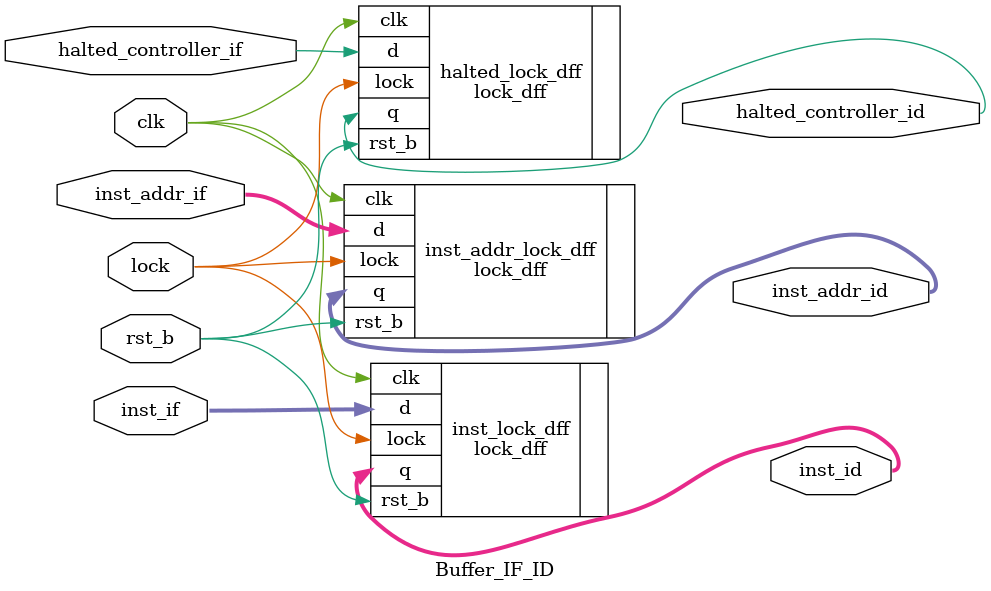
<source format=sv>
module Buffer_IF_ID(
    halted_controller_if,
    halted_controller_id,
    inst_addr_if,
    inst_addr_id,
    inst_if,
    inst_id,
    clk,
    rst_b,
    lock
);

    input clk;
    input rst_b;
    input [31:0] inst_if;
    input halted_controller_if;
    input [31:0] inst_addr_if;
    input lock;

    output reg [31:0] inst_id;
    output reg halted_controller_id;
    output [31:0] inst_addr_id;

    // move inst to next stage
    lock_dff #(32) inst_lock_dff(
        .d(inst_if),
        .q(inst_id),
        .clk(clk),
        .rst_b(rst_b),
        .lock(lock)
    );

    lock_dff #(32) inst_addr_lock_dff(
        .d(inst_addr_if),
        .q(inst_addr_id),
        .clk(clk),
        .rst_b(rst_b),
        .lock(lock)
    );

    // move halted to next stage (for register file)
    lock_dff #(1) halted_lock_dff(
        .d(halted_controller_if),
        .q(halted_controller_id),
        .clk(clk),
        .rst_b(rst_b),
        .lock(lock)
    );

endmodule
</source>
